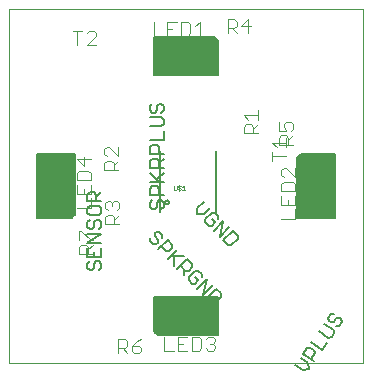
<source format=gto>
G75*
G70*
%OFA0B0*%
%FSLAX24Y24*%
%IPPOS*%
%LPD*%
%AMOC8*
5,1,8,0,0,1.08239X$1,22.5*
%
%ADD10C,0.0000*%
%ADD11C,0.0040*%
%ADD12C,0.0050*%
%ADD13C,0.0080*%
%ADD14C,0.0060*%
%ADD15C,0.0010*%
D10*
X000101Y000726D02*
X000101Y012537D01*
X011912Y012537D01*
X011912Y000726D01*
X000101Y000726D01*
D11*
X002445Y004368D02*
X002445Y004598D01*
X002522Y004675D01*
X002675Y004675D01*
X002752Y004598D01*
X002752Y004368D01*
X002752Y004522D02*
X002906Y004675D01*
X002906Y004829D02*
X002829Y004829D01*
X002522Y005135D01*
X002445Y005135D01*
X002445Y004829D01*
X002445Y004368D02*
X002906Y004368D01*
X003312Y005361D02*
X003312Y005591D01*
X003389Y005668D01*
X003542Y005668D01*
X003619Y005591D01*
X003619Y005361D01*
X003619Y005514D02*
X003773Y005668D01*
X003696Y005821D02*
X003773Y005898D01*
X003773Y006052D01*
X003696Y006128D01*
X003619Y006128D01*
X003542Y006052D01*
X003542Y005975D01*
X003542Y006052D02*
X003466Y006128D01*
X003389Y006128D01*
X003312Y006052D01*
X003312Y005898D01*
X003389Y005821D01*
X003312Y005361D02*
X003773Y005361D01*
X002825Y005912D02*
X002825Y006219D01*
X002825Y006372D02*
X002825Y006679D01*
X002825Y006833D02*
X002825Y007063D01*
X002748Y007140D01*
X002441Y007140D01*
X002365Y007063D01*
X002365Y006833D01*
X002825Y006833D01*
X002595Y006526D02*
X002595Y006372D01*
X002365Y006372D02*
X002825Y006372D01*
X002825Y005912D02*
X002365Y005912D01*
X002365Y006372D02*
X002365Y006679D01*
X002595Y007293D02*
X002595Y007600D01*
X002825Y007523D02*
X002365Y007523D01*
X002595Y007293D01*
X003288Y007397D02*
X003288Y007167D01*
X003748Y007167D01*
X003595Y007167D02*
X003595Y007397D01*
X003518Y007474D01*
X003364Y007474D01*
X003288Y007397D01*
X003364Y007628D02*
X003288Y007704D01*
X003288Y007858D01*
X003364Y007935D01*
X003441Y007935D01*
X003748Y007628D01*
X003748Y007935D01*
X003748Y007474D02*
X003595Y007321D01*
X003002Y011337D02*
X002695Y011337D01*
X003002Y011644D01*
X003002Y011720D01*
X002925Y011797D01*
X002772Y011797D01*
X002695Y011720D01*
X002541Y011797D02*
X002235Y011797D01*
X002388Y011797D02*
X002388Y011337D01*
X004924Y011651D02*
X005231Y011651D01*
X005384Y011651D02*
X005691Y011651D01*
X005845Y011651D02*
X006075Y011651D01*
X006152Y011728D01*
X006152Y012035D01*
X006075Y012112D01*
X005845Y012112D01*
X005845Y011651D01*
X005538Y011881D02*
X005384Y011881D01*
X005384Y011651D02*
X005384Y012112D01*
X005691Y012112D01*
X006305Y011958D02*
X006458Y012112D01*
X006458Y011651D01*
X006305Y011651D02*
X006612Y011651D01*
X007389Y011732D02*
X007389Y012192D01*
X007619Y012192D01*
X007695Y012116D01*
X007695Y011962D01*
X007619Y011885D01*
X007389Y011885D01*
X007542Y011885D02*
X007695Y011732D01*
X007849Y011962D02*
X008156Y011962D01*
X008079Y011732D02*
X008079Y012192D01*
X007849Y011962D01*
X008389Y009154D02*
X008389Y008847D01*
X008389Y009001D02*
X007929Y009001D01*
X008083Y008847D01*
X008159Y008694D02*
X008006Y008694D01*
X007929Y008617D01*
X007929Y008387D01*
X008389Y008387D01*
X008236Y008387D02*
X008236Y008617D01*
X008159Y008694D01*
X008236Y008541D02*
X008389Y008694D01*
X008879Y008084D02*
X009339Y008084D01*
X009414Y008013D02*
X009414Y008244D01*
X009337Y008320D01*
X009183Y008320D01*
X009107Y008244D01*
X009107Y008013D01*
X009567Y008013D01*
X009414Y008167D02*
X009567Y008320D01*
X009490Y008474D02*
X009567Y008550D01*
X009567Y008704D01*
X009490Y008781D01*
X009337Y008781D01*
X009260Y008704D01*
X009260Y008627D01*
X009337Y008474D01*
X009107Y008474D01*
X009107Y008781D01*
X009339Y008237D02*
X009339Y007931D01*
X009033Y007931D02*
X008879Y008084D01*
X008879Y007777D02*
X008879Y007470D01*
X008879Y007624D02*
X009339Y007624D01*
X009341Y007237D02*
X009264Y007237D01*
X009187Y007160D01*
X009187Y007007D01*
X009264Y006930D01*
X009264Y006776D02*
X009187Y006700D01*
X009187Y006470D01*
X009648Y006470D01*
X009648Y006700D01*
X009571Y006776D01*
X009264Y006776D01*
X009648Y006930D02*
X009341Y007237D01*
X009648Y007237D02*
X009648Y006930D01*
X009648Y006316D02*
X009648Y006009D01*
X009187Y006009D01*
X009187Y006316D01*
X009418Y006163D02*
X009418Y006009D01*
X009648Y005856D02*
X009648Y005549D01*
X009187Y005549D01*
X006898Y001612D02*
X006745Y001612D01*
X006668Y001535D01*
X006515Y001535D02*
X006438Y001612D01*
X006208Y001612D01*
X006208Y001151D01*
X006438Y001151D01*
X006515Y001228D01*
X006515Y001535D01*
X006822Y001381D02*
X006898Y001381D01*
X006975Y001305D01*
X006975Y001228D01*
X006898Y001151D01*
X006745Y001151D01*
X006668Y001228D01*
X006898Y001381D02*
X006975Y001458D01*
X006975Y001535D01*
X006898Y001612D01*
X006054Y001612D02*
X005747Y001612D01*
X005747Y001151D01*
X006054Y001151D01*
X005901Y001381D02*
X005747Y001381D01*
X005594Y001151D02*
X005287Y001151D01*
X005287Y001612D01*
X004511Y001531D02*
X004357Y001454D01*
X004204Y001301D01*
X004434Y001301D01*
X004511Y001224D01*
X004511Y001147D01*
X004434Y001070D01*
X004280Y001070D01*
X004204Y001147D01*
X004204Y001301D01*
X004050Y001301D02*
X003974Y001224D01*
X003743Y001224D01*
X003743Y001070D02*
X003743Y001531D01*
X003974Y001531D01*
X004050Y001454D01*
X004050Y001301D01*
X003897Y001224D02*
X004050Y001070D01*
X004924Y011651D02*
X004924Y012112D01*
D12*
X004943Y011592D02*
X006951Y011592D01*
X007069Y011474D01*
X007069Y010332D01*
X004943Y010332D01*
X004943Y011592D01*
X004943Y011551D02*
X006992Y011551D01*
X007041Y011502D02*
X004943Y011502D01*
X004943Y011454D02*
X007069Y011454D01*
X007069Y011405D02*
X004943Y011405D01*
X004943Y011357D02*
X007069Y011357D01*
X007069Y011308D02*
X004943Y011308D01*
X004943Y011260D02*
X007069Y011260D01*
X007069Y011211D02*
X004943Y011211D01*
X004943Y011162D02*
X007069Y011162D01*
X007069Y011114D02*
X004943Y011114D01*
X004943Y011065D02*
X007069Y011065D01*
X007069Y011017D02*
X004943Y011017D01*
X004943Y010968D02*
X007069Y010968D01*
X007069Y010920D02*
X004943Y010920D01*
X004943Y010871D02*
X007069Y010871D01*
X007069Y010823D02*
X004943Y010823D01*
X004943Y010774D02*
X007069Y010774D01*
X007069Y010726D02*
X004943Y010726D01*
X004943Y010677D02*
X007069Y010677D01*
X007069Y010629D02*
X004943Y010629D01*
X004943Y010580D02*
X007069Y010580D01*
X007069Y010531D02*
X004943Y010531D01*
X004943Y010483D02*
X007069Y010483D01*
X007069Y010434D02*
X004943Y010434D01*
X004943Y010386D02*
X007069Y010386D01*
X007069Y010337D02*
X004943Y010337D01*
X004885Y009381D02*
X004810Y009306D01*
X004810Y009156D01*
X004885Y009081D01*
X004960Y009081D01*
X005035Y009156D01*
X005035Y009306D01*
X005110Y009381D01*
X005185Y009381D01*
X005260Y009306D01*
X005260Y009156D01*
X005185Y009081D01*
X005185Y008921D02*
X004810Y008921D01*
X004810Y008621D02*
X005185Y008621D01*
X005260Y008696D01*
X005260Y008846D01*
X005185Y008921D01*
X005260Y008461D02*
X005260Y008160D01*
X004810Y008160D01*
X004885Y008000D02*
X005035Y008000D01*
X005110Y007925D01*
X005110Y007700D01*
X005260Y007700D02*
X004810Y007700D01*
X004810Y007925D01*
X004885Y008000D01*
X004885Y007540D02*
X005035Y007540D01*
X005110Y007465D01*
X005110Y007240D01*
X005110Y007390D02*
X005260Y007540D01*
X005260Y007240D02*
X004810Y007240D01*
X004810Y007465D01*
X004885Y007540D01*
X004810Y007079D02*
X005110Y006779D01*
X005035Y006854D02*
X005260Y007079D01*
X005260Y006779D02*
X004810Y006779D01*
X004885Y006619D02*
X005035Y006619D01*
X005110Y006544D01*
X005110Y006319D01*
X005260Y006319D02*
X004810Y006319D01*
X004810Y006544D01*
X004885Y006619D01*
X004885Y006159D02*
X004810Y006084D01*
X004810Y005934D01*
X004885Y005859D01*
X004960Y005859D01*
X005035Y005934D01*
X005035Y006084D01*
X005110Y006159D01*
X005185Y006159D01*
X005260Y006084D01*
X005260Y005934D01*
X005185Y005859D01*
X005116Y005111D02*
X005010Y005111D01*
X004957Y005058D01*
X004957Y004952D01*
X005063Y004846D01*
X005063Y004740D01*
X005010Y004687D01*
X004904Y004687D01*
X004798Y004793D01*
X004798Y004899D01*
X005116Y005111D02*
X005222Y005005D01*
X005222Y004899D01*
X005389Y004839D02*
X005548Y004680D01*
X005548Y004573D01*
X005442Y004467D01*
X005335Y004467D01*
X005176Y004626D01*
X005070Y004520D02*
X005389Y004839D01*
X005714Y004513D02*
X005396Y004195D01*
X005502Y004301D02*
X005926Y004301D01*
X006040Y004188D02*
X006199Y004028D01*
X006199Y003922D01*
X006093Y003816D01*
X005986Y003816D01*
X005827Y003975D01*
X005721Y003869D02*
X006040Y004188D01*
X005933Y003869D02*
X005933Y003657D01*
X006100Y003597D02*
X006100Y003491D01*
X006206Y003384D01*
X006312Y003384D01*
X006418Y003491D01*
X006312Y003597D01*
X006312Y003809D02*
X006100Y003597D01*
X006312Y003809D02*
X006418Y003809D01*
X006524Y003703D01*
X006524Y003597D01*
X006691Y003537D02*
X006584Y003006D01*
X006903Y003324D01*
X007016Y003211D02*
X007175Y003052D01*
X007175Y002946D01*
X006963Y002733D01*
X006857Y002733D01*
X006698Y002893D01*
X007016Y003211D01*
X007069Y002930D02*
X004943Y002930D01*
X004943Y001789D01*
X005061Y001671D01*
X007069Y001671D01*
X007069Y002930D01*
X007069Y002910D02*
X004943Y002910D01*
X004943Y002862D02*
X007069Y002862D01*
X007069Y002813D02*
X004943Y002813D01*
X004943Y002764D02*
X007069Y002764D01*
X007069Y002716D02*
X004943Y002716D01*
X004943Y002667D02*
X007069Y002667D01*
X007069Y002619D02*
X004943Y002619D01*
X004943Y002570D02*
X007069Y002570D01*
X007069Y002522D02*
X004943Y002522D01*
X004943Y002473D02*
X007069Y002473D01*
X007069Y002425D02*
X004943Y002425D01*
X004943Y002376D02*
X007069Y002376D01*
X007069Y002328D02*
X004943Y002328D01*
X004943Y002279D02*
X007069Y002279D01*
X007069Y002231D02*
X004943Y002231D01*
X004943Y002182D02*
X007069Y002182D01*
X007069Y002133D02*
X004943Y002133D01*
X004943Y002085D02*
X007069Y002085D01*
X007069Y002036D02*
X004943Y002036D01*
X004943Y001988D02*
X007069Y001988D01*
X007069Y001939D02*
X004943Y001939D01*
X004943Y001891D02*
X007069Y001891D01*
X007069Y001842D02*
X004943Y001842D01*
X004943Y001794D02*
X007069Y001794D01*
X007069Y001745D02*
X004987Y001745D01*
X005035Y001697D02*
X007069Y001697D01*
X006372Y003218D02*
X006691Y003537D01*
X005608Y003982D02*
X005608Y004301D01*
X006651Y005420D02*
X006651Y005526D01*
X006863Y005738D01*
X006969Y005738D01*
X007076Y005632D01*
X007076Y005526D01*
X006969Y005420D02*
X006863Y005314D01*
X006757Y005314D01*
X006651Y005420D01*
X006863Y005526D02*
X006969Y005420D01*
X006923Y005147D02*
X007242Y005466D01*
X007136Y004935D01*
X007454Y005253D01*
X007567Y005140D02*
X007727Y004981D01*
X007727Y004875D01*
X007514Y004662D01*
X007408Y004663D01*
X007249Y004822D01*
X007567Y005140D01*
X006803Y005905D02*
X006591Y005692D01*
X006379Y005692D01*
X006379Y005905D01*
X006591Y006117D01*
X009707Y006114D02*
X010967Y006114D01*
X010967Y006163D02*
X009707Y006163D01*
X009707Y006211D02*
X010967Y006211D01*
X010967Y006260D02*
X009707Y006260D01*
X009707Y006308D02*
X010967Y006308D01*
X010967Y006357D02*
X009707Y006357D01*
X009707Y006405D02*
X010967Y006405D01*
X010967Y006454D02*
X009707Y006454D01*
X009707Y006502D02*
X010967Y006502D01*
X010967Y006551D02*
X009707Y006551D01*
X009707Y006599D02*
X010967Y006599D01*
X010967Y006648D02*
X009707Y006648D01*
X009707Y006696D02*
X010967Y006696D01*
X010967Y006745D02*
X009707Y006745D01*
X009707Y006794D02*
X010967Y006794D01*
X010967Y006842D02*
X009707Y006842D01*
X009707Y006891D02*
X010967Y006891D01*
X010967Y006939D02*
X009707Y006939D01*
X009707Y006988D02*
X010967Y006988D01*
X010967Y007036D02*
X009707Y007036D01*
X009707Y007085D02*
X010967Y007085D01*
X010967Y007133D02*
X009707Y007133D01*
X009707Y007182D02*
X010967Y007182D01*
X010967Y007230D02*
X009707Y007230D01*
X009707Y007279D02*
X010967Y007279D01*
X010967Y007328D02*
X009707Y007328D01*
X009707Y007376D02*
X010967Y007376D01*
X010967Y007425D02*
X009707Y007425D01*
X009707Y007473D02*
X010967Y007473D01*
X010967Y007522D02*
X009707Y007522D01*
X009707Y007570D02*
X010967Y007570D01*
X010967Y007619D02*
X009750Y007619D01*
X009707Y007576D02*
X009825Y007694D01*
X010967Y007694D01*
X010967Y005568D01*
X009707Y005568D01*
X009707Y007576D01*
X009798Y007667D02*
X010967Y007667D01*
X010967Y006065D02*
X009707Y006065D01*
X009707Y006017D02*
X010967Y006017D01*
X010967Y005968D02*
X009707Y005968D01*
X009707Y005920D02*
X010967Y005920D01*
X010967Y005871D02*
X009707Y005871D01*
X009707Y005823D02*
X010967Y005823D01*
X010967Y005774D02*
X009707Y005774D01*
X009707Y005726D02*
X010967Y005726D01*
X010967Y005677D02*
X009707Y005677D01*
X009707Y005629D02*
X010967Y005629D01*
X010967Y005580D02*
X009707Y005580D01*
X010838Y002360D02*
X010752Y002237D01*
X010770Y002132D01*
X010832Y002089D01*
X010936Y002108D01*
X011022Y002231D01*
X011127Y002249D01*
X011188Y002206D01*
X011207Y002102D01*
X011121Y001979D01*
X011016Y001960D01*
X010924Y001829D02*
X010617Y002044D01*
X010445Y001798D02*
X010752Y001583D01*
X010857Y001602D01*
X010943Y001725D01*
X010924Y001829D01*
X010722Y001409D02*
X010550Y001163D01*
X010181Y001421D01*
X010150Y001247D02*
X010046Y001229D01*
X009917Y001044D01*
X010286Y000786D01*
X010163Y000872D02*
X010292Y001056D01*
X010273Y001161D01*
X010150Y001247D01*
X009825Y000913D02*
X010071Y000741D01*
X010108Y000532D01*
X009899Y000495D01*
X009653Y000667D01*
X010838Y002360D02*
X010943Y002378D01*
X003164Y003896D02*
X003089Y003821D01*
X003164Y003896D02*
X003164Y004046D01*
X003089Y004121D01*
X003014Y004121D01*
X002939Y004046D01*
X002939Y003896D01*
X002864Y003821D01*
X002789Y003821D01*
X002714Y003896D01*
X002714Y004046D01*
X002789Y004121D01*
X002714Y004281D02*
X003164Y004281D01*
X003164Y004582D01*
X003164Y004742D02*
X002714Y004742D01*
X003164Y005042D01*
X002714Y005042D01*
X002789Y005202D02*
X002714Y005277D01*
X002714Y005427D01*
X002789Y005502D01*
X002789Y005663D02*
X003089Y005663D01*
X003164Y005738D01*
X003164Y005888D01*
X003089Y005963D01*
X002789Y005963D01*
X002714Y005888D01*
X002714Y005738D01*
X002789Y005663D01*
X003014Y005502D02*
X002939Y005427D01*
X002939Y005277D01*
X002864Y005202D01*
X002789Y005202D01*
X003089Y005202D02*
X003164Y005277D01*
X003164Y005427D01*
X003089Y005502D01*
X003014Y005502D01*
X003014Y006123D02*
X003014Y006348D01*
X002939Y006423D01*
X002789Y006423D01*
X002714Y006348D01*
X002714Y006123D01*
X003164Y006123D01*
X003014Y006273D02*
X003164Y006423D01*
X002306Y006405D02*
X001046Y006405D01*
X001046Y006357D02*
X002306Y006357D01*
X002306Y006308D02*
X001046Y006308D01*
X001046Y006260D02*
X002306Y006260D01*
X002306Y006211D02*
X001046Y006211D01*
X001046Y006163D02*
X002306Y006163D01*
X002306Y006114D02*
X001046Y006114D01*
X001046Y006065D02*
X002306Y006065D01*
X002306Y006017D02*
X001046Y006017D01*
X001046Y005968D02*
X002306Y005968D01*
X002306Y005920D02*
X001046Y005920D01*
X001046Y005871D02*
X002306Y005871D01*
X002306Y005823D02*
X001046Y005823D01*
X001046Y005774D02*
X002306Y005774D01*
X002306Y005726D02*
X001046Y005726D01*
X001046Y005677D02*
X002296Y005677D01*
X002306Y005686D02*
X002306Y007694D01*
X001046Y007694D01*
X001046Y005568D01*
X002187Y005568D01*
X002306Y005686D01*
X002248Y005629D02*
X001046Y005629D01*
X001046Y005580D02*
X002199Y005580D01*
X002306Y006454D02*
X001046Y006454D01*
X001046Y006502D02*
X002306Y006502D01*
X002306Y006551D02*
X001046Y006551D01*
X001046Y006599D02*
X002306Y006599D01*
X002306Y006648D02*
X001046Y006648D01*
X001046Y006696D02*
X002306Y006696D01*
X002306Y006745D02*
X001046Y006745D01*
X001046Y006794D02*
X002306Y006794D01*
X002306Y006842D02*
X001046Y006842D01*
X001046Y006891D02*
X002306Y006891D01*
X002306Y006939D02*
X001046Y006939D01*
X001046Y006988D02*
X002306Y006988D01*
X002306Y007036D02*
X001046Y007036D01*
X001046Y007085D02*
X002306Y007085D01*
X002306Y007133D02*
X001046Y007133D01*
X001046Y007182D02*
X002306Y007182D01*
X002306Y007230D02*
X001046Y007230D01*
X001046Y007279D02*
X002306Y007279D01*
X002306Y007328D02*
X001046Y007328D01*
X001046Y007376D02*
X002306Y007376D01*
X002306Y007425D02*
X001046Y007425D01*
X001046Y007473D02*
X002306Y007473D01*
X002306Y007522D02*
X001046Y007522D01*
X001046Y007570D02*
X002306Y007570D01*
X002306Y007619D02*
X001046Y007619D01*
X001046Y007667D02*
X002306Y007667D01*
X002714Y004582D02*
X002714Y004281D01*
X002939Y004281D02*
X002939Y004432D01*
D13*
X005318Y006099D02*
X005320Y006114D01*
X005326Y006127D01*
X005335Y006139D01*
X005346Y006148D01*
X005360Y006154D01*
X005375Y006156D01*
X005390Y006154D01*
X005403Y006148D01*
X005415Y006139D01*
X005424Y006128D01*
X005430Y006114D01*
X005432Y006099D01*
X005430Y006084D01*
X005424Y006071D01*
X005415Y006059D01*
X005404Y006050D01*
X005390Y006044D01*
X005375Y006042D01*
X005360Y006044D01*
X005347Y006050D01*
X005335Y006059D01*
X005326Y006070D01*
X005320Y006084D01*
X005318Y006099D01*
D14*
X005155Y005779D02*
X005155Y007789D01*
X007015Y007789D02*
X007015Y005779D01*
D15*
X005985Y006494D02*
X005885Y006494D01*
X005935Y006494D02*
X005935Y006644D01*
X005885Y006594D01*
X005837Y006619D02*
X005812Y006644D01*
X005762Y006644D01*
X005737Y006619D01*
X005737Y006594D01*
X005762Y006569D01*
X005812Y006569D01*
X005837Y006544D01*
X005837Y006519D01*
X005812Y006494D01*
X005762Y006494D01*
X005737Y006519D01*
X005690Y006519D02*
X005690Y006644D01*
X005590Y006644D02*
X005590Y006519D01*
X005615Y006494D01*
X005665Y006494D01*
X005690Y006519D01*
X005787Y006469D02*
X005787Y006669D01*
M02*

</source>
